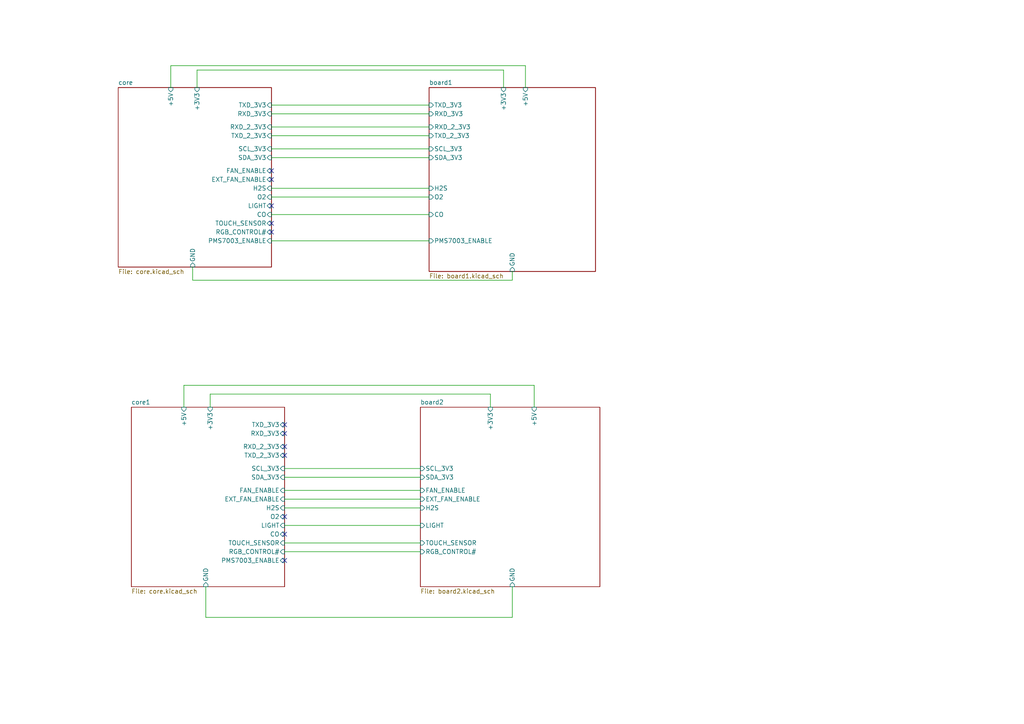
<source format=kicad_sch>
(kicad_sch (version 20230121) (generator eeschema)
  (paper "A4")
  (lib_symbols)
  (no_connect (at 78.74 49.53))
  (no_connect (at 78.74 67.31))
  (no_connect (at 82.55 132.08))
  (no_connect (at 82.55 162.56))
  (no_connect (at 82.55 154.94))
  (no_connect (at 82.55 149.86))
  (no_connect (at 82.55 123.19))
  (no_connect (at 82.55 125.73))
  (no_connect (at 82.55 129.54))
  (no_connect (at 78.74 59.69))
  (no_connect (at 78.74 52.07))
  (no_connect (at 78.74 64.77))
  (wire (pts (xy 59.69 179.07) (xy 148.59 179.07)))
  (wire (pts (xy 82.55 138.43) (xy 121.92 138.43)))
  (wire (pts (xy 53.34 118.11) (xy 53.34 111.76)))
  (wire (pts (xy 78.74 45.72) (xy 124.46 45.72)))
  (wire (pts (xy 49.53 25.4) (xy 49.53 19.05)))
  (wire (pts (xy 148.59 170.18) (xy 148.59 179.07)))
  (wire (pts (xy 49.53 19.05) (xy 152.4 19.05)))
  (wire (pts (xy 154.94 111.76) (xy 154.94 118.11)))
  (wire (pts (xy 78.74 54.61) (xy 124.46 54.61)))
  (wire (pts (xy 142.24 114.3) (xy 142.24 118.11)))
  (wire (pts (xy 148.59 78.74) (xy 148.59 81.28)))
  (wire (pts (xy 82.55 144.78) (xy 121.92 144.78)))
  (wire (pts (xy 78.74 62.23) (xy 124.46 62.23)))
  (wire (pts (xy 55.88 81.28) (xy 148.59 81.28)))
  (wire (pts (xy 78.74 39.37) (xy 124.46 39.37)))
  (wire (pts (xy 60.96 114.3) (xy 142.24 114.3)))
  (wire (pts (xy 82.55 152.4) (xy 121.92 152.4)))
  (wire (pts (xy 53.34 111.76) (xy 154.94 111.76)))
  (wire (pts (xy 78.74 69.85) (xy 124.46 69.85)))
  (wire (pts (xy 146.05 20.32) (xy 146.05 25.4)))
  (wire (pts (xy 78.74 30.48) (xy 124.46 30.48)))
  (wire (pts (xy 82.55 142.24) (xy 121.92 142.24)))
  (wire (pts (xy 82.55 157.48) (xy 121.92 157.48)))
  (wire (pts (xy 78.74 36.83) (xy 124.46 36.83)))
  (wire (pts (xy 152.4 19.05) (xy 152.4 25.4)))
  (wire (pts (xy 82.55 147.32) (xy 121.92 147.32)))
  (wire (pts (xy 78.74 57.15) (xy 124.46 57.15)))
  (wire (pts (xy 60.96 118.11) (xy 60.96 114.3)))
  (wire (pts (xy 78.74 33.02) (xy 124.46 33.02)))
  (wire (pts (xy 57.15 25.4) (xy 57.15 20.32)))
  (wire (pts (xy 78.74 43.18) (xy 124.46 43.18)))
  (wire (pts (xy 55.88 77.47) (xy 55.88 81.28)))
  (wire (pts (xy 57.15 20.32) (xy 146.05 20.32)))
  (wire (pts (xy 59.69 170.18) (xy 59.69 179.07)))
  (wire (pts (xy 82.55 160.02) (xy 121.92 160.02)))
  (wire (pts (xy 82.55 135.89) (xy 121.92 135.89)))
  (sheet (at 38.1 118.11) (size 44.45 52.07) (stroke (width 0.1524))
    (property "Sheetname" "core1" (at 38.1 117.3984 0) (effects (justify left bottom)))
    (property "Sheetfile" "core.kicad_sch" (at 38.1 170.7646 0) (effects (justify left top)))
    (pin "+5V" input (at 53.34 118.11 90))
    (pin "GND" input (at 59.69 170.18 270))
    (pin "TXD_3V3" input (at 82.55 123.19 0))
    (pin "+3V3" input (at 60.96 118.11 90))
    (pin "RXD_3V3" input (at 82.55 125.73 0))
    (pin "SCL_3V3" input (at 82.55 135.89 0))
    (pin "FAN_ENABLE" input (at 82.55 142.24 0))
    (pin "SDA_3V3" input (at 82.55 138.43 0))
    (pin "EXT_FAN_ENABLE" input (at 82.55 144.78 0))
    (pin "H2S" input (at 82.55 147.32 0))
    (pin "O2" input (at 82.55 149.86 0))
    (pin "LIGHT" input (at 82.55 152.4 0))
    (pin "CO" input (at 82.55 154.94 0))
    (pin "TOUCH_SENSOR" input (at 82.55 157.48 0))
    (pin "RGB_CONTROL#" input (at 82.55 160.02 0))
    (pin "PMS7003_ENABLE" input (at 82.55 162.56 0))
    (pin "RXD_2_3V3" input (at 82.55 129.54 0))
    (pin "TXD_2_3V3" input (at 82.55 132.08 0))
  )
  (sheet (at 124.46 25.4) (size 48.26 53.34) (stroke (width 0.1524))
    (property "Sheetname" "board1" (at 124.46 24.6884 0) (effects (justify left bottom)))
    (property "Sheetfile" "board1.kicad_sch" (at 124.46 79.3246 0) (effects (justify left top)))
    (pin "GND" input (at 148.59 78.74 270))
    (pin "+5V" input (at 152.4 25.4 90))
    (pin "H2S" input (at 124.46 54.61 180))
    (pin "+3V3" input (at 146.05 25.4 90))
    (pin "O2" input (at 124.46 57.15 180))
    (pin "CO" input (at 124.46 62.23 180))
    (pin "TXD_3V3" input (at 124.46 30.48 180))
    (pin "RXD_3V3" input (at 124.46 33.02 180))
    (pin "SCL_3V3" input (at 124.46 43.18 180))
    (pin "SDA_3V3" input (at 124.46 45.72 180))
    (pin "PMS7003_ENABLE" input (at 124.46 69.85 180))
    (pin "RXD_2_3V3" input (at 124.46 36.83 180))
    (pin "TXD_2_3V3" input (at 124.46 39.37 180))
  )
  (sheet (at 121.92 118.11) (size 52.07 52.07) (stroke (width 0.1524))
    (property "Sheetname" "board2" (at 121.92 117.3984 0) (effects (justify left bottom)))
    (property "Sheetfile" "board2.kicad_sch" (at 121.92 170.7646 0) (effects (justify left top)))
    (pin "GND" input (at 148.59 170.18 270))
    (pin "SCL_3V3" input (at 121.92 135.89 180))
    (pin "+3V3" input (at 142.24 118.11 90))
    (pin "SDA_3V3" input (at 121.92 138.43 180))
    (pin "+5V" input (at 154.94 118.11 90))
    (pin "H2S" input (at 121.92 147.32 180))
    (pin "LIGHT" input (at 121.92 152.4 180))
    (pin "FAN_ENABLE" input (at 121.92 142.24 180))
    (pin "TOUCH_SENSOR" input (at 121.92 157.48 180))
    (pin "EXT_FAN_ENABLE" input (at 121.92 144.78 180))
    (pin "RGB_CONTROL#" input (at 121.92 160.02 180))
  )
  (sheet (at 34.29 25.4) (size 44.45 52.07) (stroke (width 0.1524))
    (property "Sheetname" "core" (at 34.29 24.6884 0) (effects (justify left bottom)))
    (property "Sheetfile" "core.kicad_sch" (at 34.29 78.0546 0) (effects (justify left top)))
    (pin "+5V" input (at 49.53 25.4 90))
    (pin "GND" input (at 55.88 77.47 270))
    (pin "TXD_3V3" input (at 78.74 30.48 0))
    (pin "+3V3" input (at 57.15 25.4 90))
    (pin "RXD_3V3" input (at 78.74 33.02 0))
    (pin "SCL_3V3" input (at 78.74 43.18 0))
    (pin "FAN_ENABLE" input (at 78.74 49.53 0))
    (pin "SDA_3V3" input (at 78.74 45.72 0))
    (pin "EXT_FAN_ENABLE" input (at 78.74 52.07 0))
    (pin "H2S" input (at 78.74 54.61 0))
    (pin "O2" input (at 78.74 57.15 0))
    (pin "LIGHT" input (at 78.74 59.69 0))
    (pin "CO" input (at 78.74 62.23 0))
    (pin "TOUCH_SENSOR" input (at 78.74 64.77 0))
    (pin "RGB_CONTROL#" input (at 78.74 67.31 0))
    (pin "PMS7003_ENABLE" input (at 78.74 69.85 0))
    (pin "RXD_2_3V3" input (at 78.74 36.83 0))
    (pin "TXD_2_3V3" input (at 78.74 39.37 0))
  )
)
</source>
